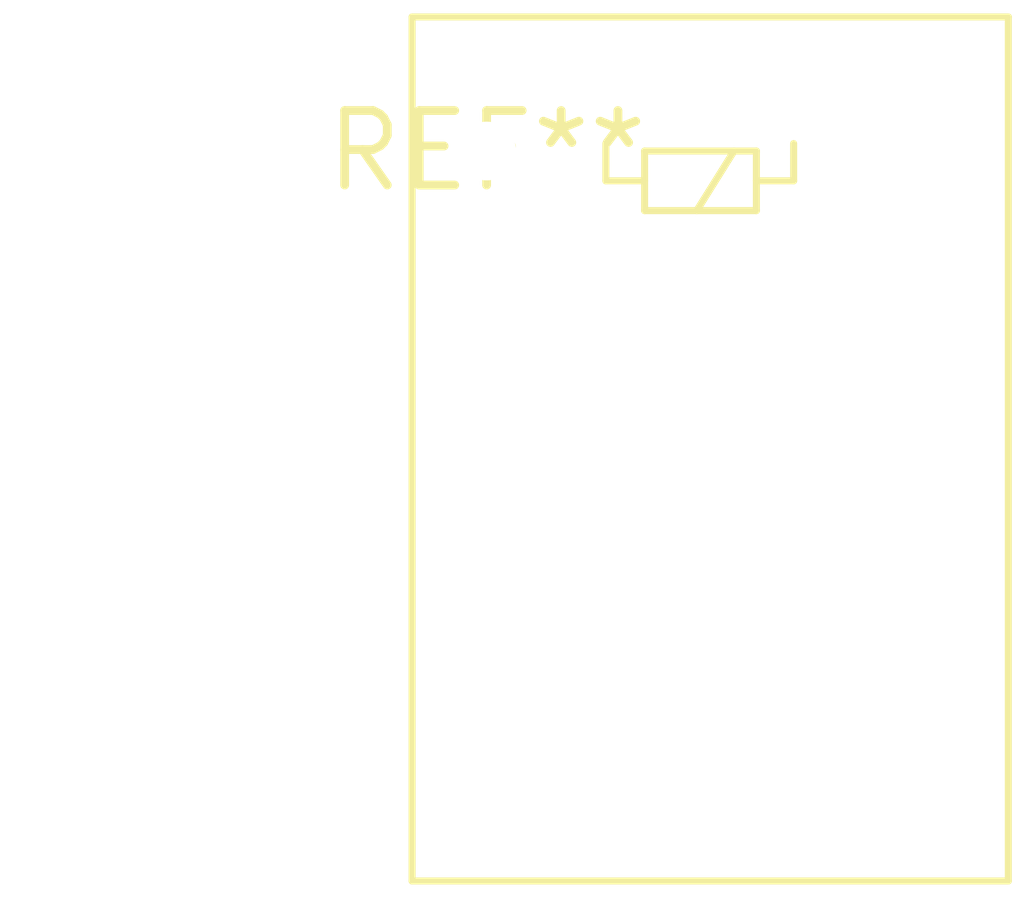
<source format=kicad_pcb>
(kicad_pcb (version 20240108) (generator pcbnew)
  (layers (0 "F.Cu" signal) (31 "B.Cu" signal) (34 "B.Paste" user) (35 "F.Paste" user) (36 "B.SilkS" user "B.Silkscreen") (37 "F.SilkS" user "F.Silkscreen") (38 "B.Mask" user) (39 "F.Mask" user) (44 "Edge.Cuts" user))
  (net 0 "")
  (footprint "Relay_DPDT_FRT5" (layer "F.Cu") (at 0 0)
    (property "Reference" "REF**")
    (property "Value" "Relay_DPDT_FRT5")
    (fp_line (start -1.27 -2.286) (end 8.89 -2.286) (layer "F.SilkS") (stroke (width 0.12)))
    (fp_line (start -1.27 12.446) (end -1.27 -2.286) (layer "F.SilkS") (stroke (width 0.12)))
    (fp_line (start 2.032 -0.127) (end 2.032 0.508) (layer "F.SilkS") (stroke (width 0.12)))
    (fp_line (start 2.032 0.508) (end 2.692 0.508) (layer "F.SilkS") (stroke (width 0.12)))
    (fp_line (start 2.692 0) (end 2.692 1.016) (layer "F.SilkS") (stroke (width 0.12)))
    (fp_line (start 2.692 1.016) (end 4.597 1.016) (layer "F.SilkS") (stroke (width 0.12)))
    (fp_line (start 4.216 0) (end 3.581 1.016) (layer "F.SilkS") (stroke (width 0.12)))
    (fp_line (start 4.597 0) (end 2.692 0) (layer "F.SilkS") (stroke (width 0.12)))
    (fp_line (start 4.597 0) (end 4.597 1.016) (layer "F.SilkS") (stroke (width 0.12)))
    (fp_line (start 5.232 -0.127) (end 5.232 0.508) (layer "F.SilkS") (stroke (width 0.12)))
    (fp_line (start 5.232 0.508) (end 4.597 0.508) (layer "F.SilkS") (stroke (width 0.12)))
    (fp_line (start 8.89 -2.286) (end 8.89 12.446) (layer "F.SilkS") (stroke (width 0.12)))
    (fp_line (start 8.89 12.446) (end -1.27 12.446) (layer "F.SilkS") (stroke (width 0.12)))
    (pad "1" thru_hole oval (at 0 0) (size 2.3 1.6) (drill 1) (layers *.Cu *.Mask) (remove_unused_layers))
    (pad "2" thru_hole oval (at 0 2.54) (size 2.3 1.6) (drill 1) (layers *.Cu *.Mask) (remove_unused_layers))
    (pad "3" thru_hole oval (at 0 5.08) (size 2.3 1.6) (drill 1) (layers *.Cu *.Mask) (remove_unused_layers))
    (pad "4" thru_hole oval (at 0 7.62) (size 2.3 1.6) (drill 1) (layers *.Cu *.Mask) (remove_unused_layers))
    (pad "5" thru_hole oval (at 0 10.16) (size 2.3 1.6) (drill 1) (layers *.Cu *.Mask) (remove_unused_layers))
    (pad "6" thru_hole oval (at 7.62 10.16) (size 2.3 1.6) (drill 1) (layers *.Cu *.Mask) (remove_unused_layers))
    (pad "7" thru_hole oval (at 7.62 7.62) (size 2.3 1.6) (drill 1) (layers *.Cu *.Mask) (remove_unused_layers))
    (pad "8" thru_hole oval (at 7.62 5.08) (size 2.3 1.6) (drill 1) (layers *.Cu *.Mask) (remove_unused_layers))
    (pad "9" thru_hole oval (at 7.62 2.54) (size 2.3 1.6) (drill 1) (layers *.Cu *.Mask) (remove_unused_layers))
    (pad "10" thru_hole oval (at 7.62 0) (size 2.3 1.6) (drill 1) (layers *.Cu *.Mask) (remove_unused_layers))
  )
)
</source>
